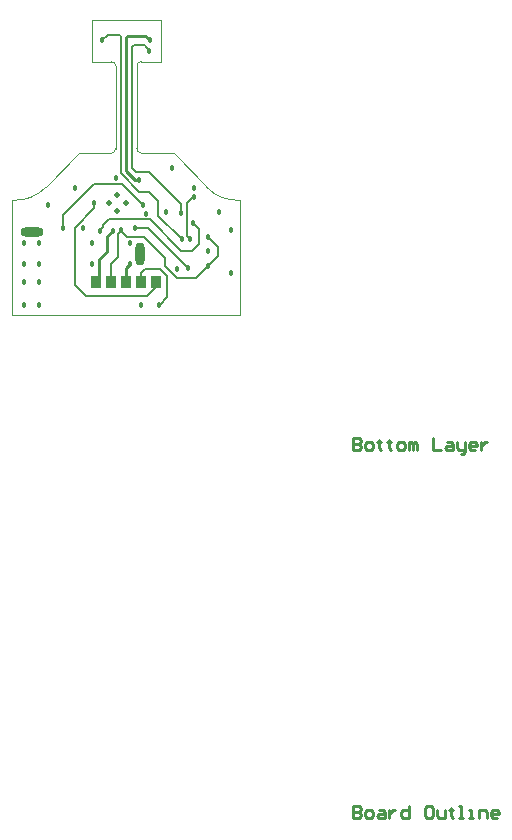
<source format=gbl>
G04*
G04 #@! TF.GenerationSoftware,Altium Limited,Altium Designer,23.1.1 (15)*
G04*
G04 Layer_Physical_Order=4*
G04 Layer_Color=16776960*
%FSLAX24Y24*%
%MOIN*%
G70*
G04*
G04 #@! TF.SameCoordinates,E02B9306-6A5D-4C65-B62C-121D950AC055*
G04*
G04*
G04 #@! TF.FilePolarity,Positive*
G04*
G01*
G75*
%ADD10C,0.0100*%
%ADD14C,0.0060*%
%ADD17C,0.0005*%
%ADD73C,0.0197*%
%ADD75C,0.0080*%
%ADD76O,0.0320X0.0770*%
%ADD77O,0.0770X0.0320*%
%ADD78C,0.0180*%
%ADD80R,0.0354X0.0433*%
D10*
X3798Y4793D02*
X4083Y4508D01*
X4215D02*
X4218Y4505D01*
X4083Y4508D02*
X4215D01*
X3800Y1110D02*
Y1581D01*
X2800Y1110D02*
X2896Y1206D01*
X3800Y1581D02*
X3909Y1690D01*
X2896Y1859D02*
X3155Y2118D01*
X2896Y1206D02*
Y1859D01*
X3155Y2118D02*
Y2629D01*
X3345Y2819D01*
X3798Y9257D02*
X3856Y9316D01*
X3798Y8991D02*
Y9257D01*
X3856Y9316D02*
X4440D01*
X4587Y9169D01*
X3798Y4793D02*
Y8991D01*
X11354Y-4093D02*
Y-4493D01*
X11554D01*
X11621Y-4427D01*
Y-4360D01*
X11554Y-4293D01*
X11354D01*
X11554D01*
X11621Y-4227D01*
Y-4160D01*
X11554Y-4093D01*
X11354D01*
X11821Y-4493D02*
X11954D01*
X12021Y-4427D01*
Y-4293D01*
X11954Y-4227D01*
X11821D01*
X11754Y-4293D01*
Y-4427D01*
X11821Y-4493D01*
X12220Y-4160D02*
Y-4227D01*
X12154D01*
X12287D01*
X12220D01*
Y-4427D01*
X12287Y-4493D01*
X12554Y-4160D02*
Y-4227D01*
X12487D01*
X12620D01*
X12554D01*
Y-4427D01*
X12620Y-4493D01*
X12887D02*
X13020D01*
X13087Y-4427D01*
Y-4293D01*
X13020Y-4227D01*
X12887D01*
X12820Y-4293D01*
Y-4427D01*
X12887Y-4493D01*
X13220D02*
Y-4227D01*
X13287D01*
X13353Y-4293D01*
Y-4493D01*
Y-4293D01*
X13420Y-4227D01*
X13487Y-4293D01*
Y-4493D01*
X14020Y-4093D02*
Y-4493D01*
X14286D01*
X14486Y-4227D02*
X14620D01*
X14686Y-4293D01*
Y-4493D01*
X14486D01*
X14420Y-4427D01*
X14486Y-4360D01*
X14686D01*
X14820Y-4227D02*
Y-4427D01*
X14886Y-4493D01*
X15086D01*
Y-4560D01*
X15020Y-4627D01*
X14953D01*
X15086Y-4493D02*
Y-4227D01*
X15419Y-4493D02*
X15286D01*
X15220Y-4427D01*
Y-4293D01*
X15286Y-4227D01*
X15419D01*
X15486Y-4293D01*
Y-4360D01*
X15220D01*
X15619Y-4227D02*
Y-4493D01*
Y-4360D01*
X15686Y-4293D01*
X15753Y-4227D01*
X15819D01*
X11354Y-16380D02*
Y-16780D01*
X11554D01*
X11621Y-16713D01*
Y-16646D01*
X11554Y-16580D01*
X11354D01*
X11554D01*
X11621Y-16513D01*
Y-16446D01*
X11554Y-16380D01*
X11354D01*
X11821Y-16780D02*
X11954D01*
X12021Y-16713D01*
Y-16580D01*
X11954Y-16513D01*
X11821D01*
X11754Y-16580D01*
Y-16713D01*
X11821Y-16780D01*
X12220Y-16513D02*
X12354D01*
X12420Y-16580D01*
Y-16780D01*
X12220D01*
X12154Y-16713D01*
X12220Y-16646D01*
X12420D01*
X12554Y-16513D02*
Y-16780D01*
Y-16646D01*
X12620Y-16580D01*
X12687Y-16513D01*
X12754D01*
X13220Y-16380D02*
Y-16780D01*
X13020D01*
X12954Y-16713D01*
Y-16580D01*
X13020Y-16513D01*
X13220D01*
X13953Y-16380D02*
X13820D01*
X13753Y-16446D01*
Y-16713D01*
X13820Y-16780D01*
X13953D01*
X14020Y-16713D01*
Y-16446D01*
X13953Y-16380D01*
X14153Y-16513D02*
Y-16713D01*
X14220Y-16780D01*
X14420D01*
Y-16513D01*
X14620Y-16446D02*
Y-16513D01*
X14553D01*
X14686D01*
X14620D01*
Y-16713D01*
X14686Y-16780D01*
X14886D02*
X15020D01*
X14953D01*
Y-16380D01*
X14886D01*
X15220Y-16780D02*
X15353D01*
X15286D01*
Y-16513D01*
X15220D01*
X15553Y-16780D02*
Y-16513D01*
X15753D01*
X15819Y-16580D01*
Y-16780D01*
X16153D02*
X16019D01*
X15953Y-16713D01*
Y-16580D01*
X16019Y-16513D01*
X16153D01*
X16219Y-16580D01*
Y-16646D01*
X15953D01*
D14*
X3998Y4888D02*
X4117Y4769D01*
X4569D01*
X3998Y4888D02*
Y5400D01*
X3033Y2991D02*
X3234Y3191D01*
X2928Y2799D02*
Y2832D01*
X3033Y2937D01*
Y2991D01*
X3234Y3191D02*
X4582D01*
X1677Y3326D02*
X2712Y4361D01*
X1677Y2909D02*
Y3326D01*
X2715Y3557D02*
Y3743D01*
X3608Y4729D02*
X4239Y4097D01*
X4562D01*
X4871Y3788D01*
Y3304D02*
X5648Y2527D01*
X4871Y3304D02*
Y3788D01*
X3649Y4361D02*
X4356Y3654D01*
X6224Y2359D02*
Y2867D01*
X6034Y3057D02*
X6224Y2867D01*
X5636Y2137D02*
X6002D01*
X4582Y3191D02*
X5636Y2137D01*
X5631Y3415D02*
Y3706D01*
X4569Y4769D02*
X5631Y3706D01*
X2074Y1009D02*
X2451Y632D01*
X2074Y2915D02*
X2715Y3557D01*
X2074Y1009D02*
Y2915D01*
X2712Y4361D02*
X3649D01*
X4800Y951D02*
Y1110D01*
X2451Y632D02*
X4481D01*
X4800Y951D01*
X5815Y3740D02*
X5975Y3900D01*
X6027Y3949D02*
X6060D01*
X5975Y3900D02*
X5978D01*
X6027Y3949D01*
X4077Y2896D02*
X4529D01*
X5815Y2641D02*
Y3740D01*
X3998Y5400D02*
Y8450D01*
Y8946D01*
X4056Y9005D02*
X4409D01*
X3998Y8946D02*
X4056Y9005D01*
X4529Y2896D02*
X5870Y1555D01*
X5815Y2641D02*
X5929Y2527D01*
X6002Y2137D02*
X6224Y2359D01*
X4466Y8945D02*
X4570Y8840D01*
X3178Y9351D02*
X3561D01*
X3608Y4729D02*
Y8752D01*
X4466Y8945D02*
Y8949D01*
X4409Y9005D02*
X4466Y8949D01*
X3561Y9351D02*
X3608Y9305D01*
X2991Y9164D02*
X3178Y9351D01*
X3608Y8752D02*
Y9305D01*
X4570Y8813D02*
Y8840D01*
D17*
X0Y3830D02*
G03*
X1114Y4257I100J1406D01*
G01*
X6486D02*
G03*
X7600Y3830I1014J979D01*
G01*
X3450Y8300D02*
G03*
X3300Y8450I-150J0D01*
G01*
X4150Y5550D02*
G03*
X4300Y5400I150J0D01*
G01*
Y8450D02*
G03*
X4150Y8300I0J-150D01*
G01*
X3300Y5400D02*
G03*
X3450Y5550I0J150D01*
G01*
X0Y0D02*
Y3830D01*
X7600Y0D02*
Y1725D01*
Y2515D01*
Y3830D01*
X0Y0D02*
X7600D01*
X2650Y8450D02*
Y9830D01*
X4300Y5400D02*
X5382D01*
X2650Y8450D02*
X3300D01*
X2650Y9830D02*
X4950D01*
Y8450D02*
Y9830D01*
X3450Y5550D02*
Y8300D01*
X4300Y8450D02*
X4950D01*
X5382Y5400D02*
X6486Y4257D01*
X1114D02*
X2218Y5400D01*
X4150Y5550D02*
Y8300D01*
X2218Y5400D02*
X3300D01*
D73*
X3496Y3461D02*
D03*
X3774Y3740D02*
D03*
X3218D02*
D03*
X3496Y4018D02*
D03*
D75*
X3836Y2601D02*
X4384D01*
X5086Y1644D02*
Y1899D01*
X4384Y2601D02*
X5086Y1899D01*
X3630Y2806D02*
X3836Y2601D01*
X4282Y1138D02*
X4300Y1120D01*
X4432Y1550D02*
X4920D01*
X4282Y1138D02*
Y1400D01*
X4432Y1550D01*
X5086Y1644D02*
X5500Y1230D01*
X6110D01*
X4900Y340D02*
X4923D01*
X5172Y589D01*
Y1298D01*
X4920Y1550D02*
X5172Y1298D01*
X4300Y1120D02*
Y1149D01*
X3300Y1110D02*
Y1692D01*
X3531Y1923D02*
Y2704D01*
X3300Y1692D02*
X3531Y1923D01*
X3625Y2798D02*
Y2830D01*
X3531Y2704D02*
X3625Y2798D01*
X6518Y2603D02*
X6865Y2256D01*
Y1986D02*
Y2256D01*
X6518Y1638D02*
X6865Y1986D01*
X6110Y1230D02*
X6518Y1638D01*
D76*
X4270Y2050D02*
D03*
D77*
X659Y2770D02*
D03*
D78*
X2928Y2799D02*
D03*
X2107Y4233D02*
D03*
X1200Y3672D02*
D03*
X1677Y2909D02*
D03*
X2358Y2904D02*
D03*
X2715Y3743D02*
D03*
X3444Y4561D02*
D03*
X4356Y3654D02*
D03*
X5488Y1541D02*
D03*
X5929Y2527D02*
D03*
X5870Y1555D02*
D03*
X4300Y1120D02*
D03*
Y340D02*
D03*
X3345Y2819D02*
D03*
X2648Y1690D02*
D03*
Y2411D02*
D03*
X3909Y1690D02*
D03*
X3625Y2830D02*
D03*
X4077Y2896D02*
D03*
X4218Y4505D02*
D03*
X6060Y3949D02*
D03*
X6065Y4236D02*
D03*
X6906Y3429D02*
D03*
X5138Y3451D02*
D03*
X4469Y3371D02*
D03*
X6034Y3057D02*
D03*
X5631Y3415D02*
D03*
X906Y2411D02*
D03*
X2991Y9164D02*
D03*
X386Y337D02*
D03*
X906D02*
D03*
X6518Y2121D02*
D03*
X906Y1110D02*
D03*
X6518Y1638D02*
D03*
X3909Y2411D02*
D03*
X386D02*
D03*
Y1690D02*
D03*
X5648Y2527D02*
D03*
X906Y1690D02*
D03*
X7286Y2848D02*
D03*
X4570Y8813D02*
D03*
X6518Y2603D02*
D03*
X5318Y4911D02*
D03*
X7286Y1392D02*
D03*
X386Y1110D02*
D03*
X4900Y340D02*
D03*
X4587Y9169D02*
D03*
D80*
X3300Y1110D02*
D03*
X2800D02*
D03*
X4300D02*
D03*
X3800D02*
D03*
X4800D02*
D03*
M02*

</source>
